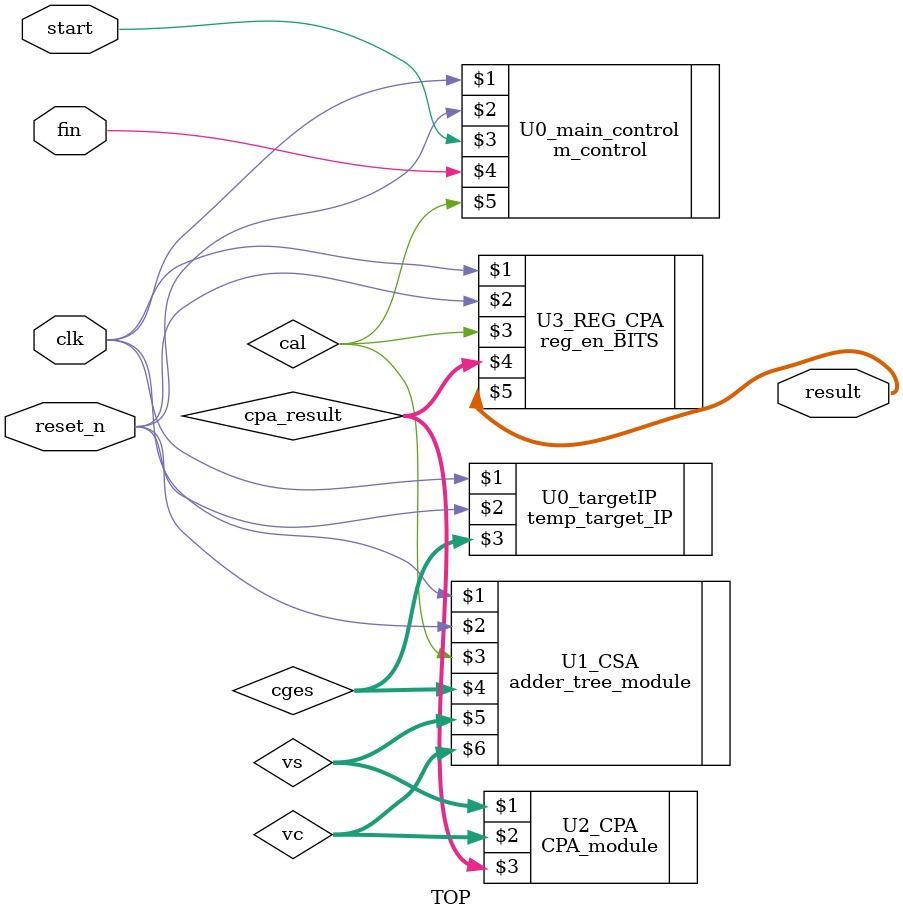
<source format=sv>
`include "../src/adder_tree_module.sv"
`include "../src/CPA_module.sv"
`include "../src/m_control.sv"
`include "../src/temp_target_IP.sv"


`define SRC_INC_PPA_LF

module TOP
	#(
		parameter BITS = 'd32, //user accuracy
		parameter CGES = 'd13
	)
	(
		input clk, reset_n,
		//input [CGES-'d2:0] cges,
		input start, fin,
		//output [$clog2(CGES) + BITS-'d1:0] result
		output [3+BITS:0] result
	);
	//localparam CGES = 'd13;
	localparam MAX  = $clog2(CGES) + BITS ;
	//localparam MAX  = 35;
	localparam INPUT = 'd7;
	
	logic cal;
	
	logic [MAX-'d1:0] vs;
	logic [MAX-'d1:0] vc;
	
	logic [CGES-'d2:0] cges;
	logic [MAX-'d1:0] cpa_result;
	
	 adder_tree_module #(BITS,CGES,MAX,INPUT)
		U1_CSA
    (
        clk,
        reset_n,
        cal,
        cges,
        vs,
        vc
    );
	 
	 CPA_module #(MAX)
	 U2_CPA
    (
        vs,
		vc, 
		cpa_result
    );
	reg_en_BITS #(MAX) 
	U3_REG_CPA 
	(
		clk, 
		reset_n, 
		cal, 
		cpa_result, 
		result
	); 
	 	
	
	m_control #(CGES)
	U0_main_control
	(
		clk,  
		reset_n,
		start, fin,
		cal
	);
	
	
	temp_target_IP#(CGES)
	U0_targetIP
	(
		clk, 
		reset_n,
      cges
	);
	
	
	
endmodule
</source>
